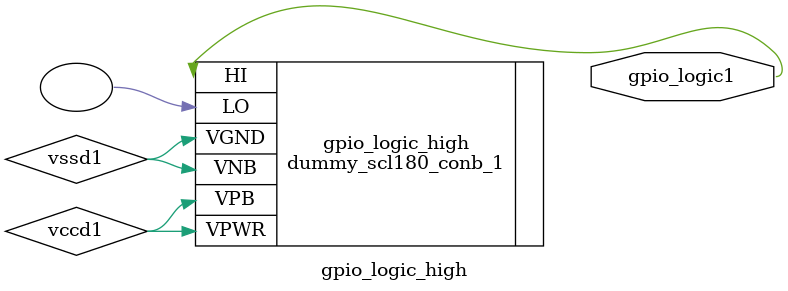
<source format=v>
module gpio_logic_high(
 `ifdef USE_POWER_PINS
         inout vccd1,
         inout vssd1,
  `endif

   output wire gpio_logic1
);

 dummy_scl180_conb_1 gpio_logic_high (
`ifndef USE_POWER_PINS
            .VPWR(vccd1),
            .VGND(vssd1),
            .VPB(vccd1),
            .VNB(vssd1),
`endif
            .HI(gpio_logic1),
            .LO()
    );

endmodule

</source>
